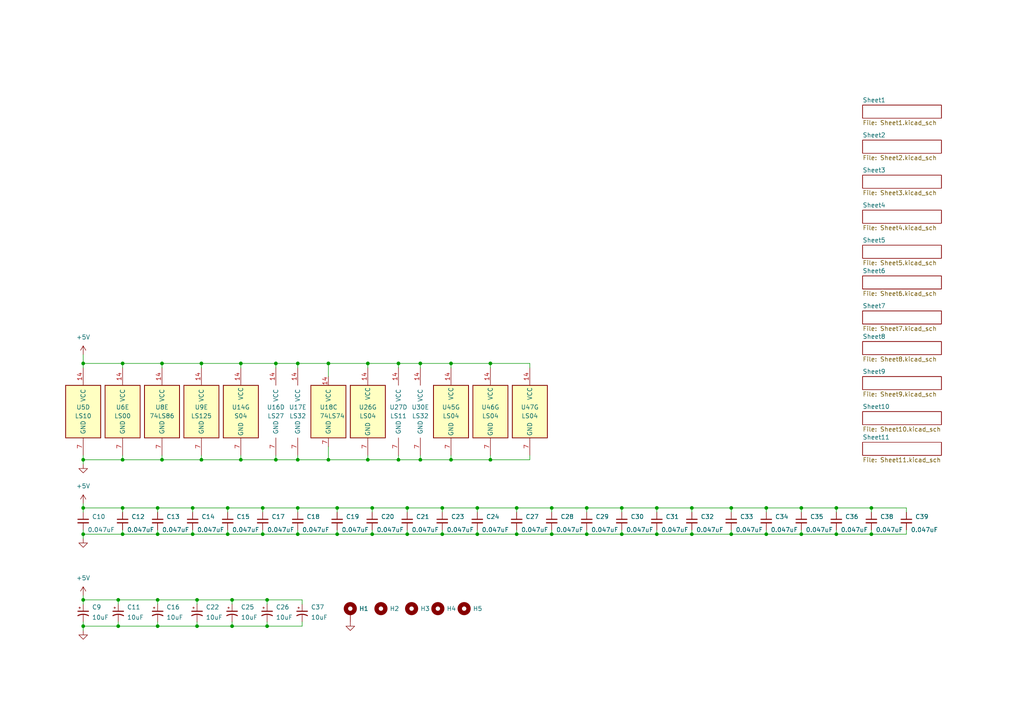
<source format=kicad_sch>
(kicad_sch (version 20230121) (generator eeschema)
  (paper "A4")
  (lib_symbols
    (symbol "74xx:74LS00" (pin_names (offset 1.016))
      (property "Reference" "U" (at 0 1.27 0))
      (property "Value" "74LS00" (at 0 -1.27 0))
      (symbol "74LS00_1_1"
        (pin input line (at -7.62 2.54 0) (length 3.81) (name "~") (number "1"))
        (pin input line (at -7.62 -2.54 0) (length 3.81) (name "~") (number "2"))
        (pin output inverted (at 7.62 0 180) (length 3.81) (name "~") (number "3"))
      )
      (symbol "74LS00_1_2"
        (pin input inverted (at -7.62 2.54 0) (length 4.318) (name "~") (number "1"))
        (pin input inverted (at -7.62 -2.54 0) (length 4.318) (name "~") (number "2"))
        (pin output line (at 7.62 0 180) (length 3.81) (name "~") (number "3"))
      )
      (symbol "74LS00_2_1"
        (pin input line (at -7.62 2.54 0) (length 3.81) (name "~") (number "4"))
        (pin input line (at -7.62 -2.54 0) (length 3.81) (name "~") (number "5"))
        (pin output inverted (at 7.62 0 180) (length 3.81) (name "~") (number "6"))
      )
      (symbol "74LS00_2_2"
        (pin input inverted (at -7.62 2.54 0) (length 4.318) (name "~") (number "4"))
        (pin input inverted (at -7.62 -2.54 0) (length 4.318) (name "~") (number "5"))
        (pin output line (at 7.62 0 180) (length 3.81) (name "~") (number "6"))
      )
      (symbol "74LS00_3_1"
        (pin input line (at -7.62 -2.54 0) (length 3.81) (name "~") (number "10"))
        (pin output inverted (at 7.62 0 180) (length 3.81) (name "~") (number "8"))
        (pin input line (at -7.62 2.54 0) (length 3.81) (name "~") (number "9"))
      )
      (symbol "74LS00_3_2"
        (pin input inverted (at -7.62 -2.54 0) (length 4.318) (name "~") (number "10"))
        (pin output line (at 7.62 0 180) (length 3.81) (name "~") (number "8"))
        (pin input inverted (at -7.62 2.54 0) (length 4.318) (name "~") (number "9"))
      )
      (symbol "74LS00_4_1"
        (pin output inverted (at 7.62 0 180) (length 3.81) (name "~") (number "11"))
        (pin input line (at -7.62 2.54 0) (length 3.81) (name "~") (number "12"))
        (pin input line (at -7.62 -2.54 0) (length 3.81) (name "~") (number "13"))
      )
      (symbol "74LS00_4_2"
        (pin output line (at 7.62 0 180) (length 3.81) (name "~") (number "11"))
        (pin input inverted (at -7.62 2.54 0) (length 4.318) (name "~") (number "12"))
        (pin input inverted (at -7.62 -2.54 0) (length 4.318) (name "~") (number "13"))
      )
      (symbol "74LS00_5_0"
        (pin power_in line (at 0 12.7 270) (length 5.08) (name "VCC") (number "14"))
        (pin power_in line (at 0 -12.7 90) (length 5.08) (name "GND") (number "7"))
      )
    )
    (symbol "74xx:74LS04"
      (property "Reference" "U" (at 0 1.27 0))
      (property "Value" "74LS04" (at 0 -1.27 0))
      (symbol "74LS04_1_0"
        (pin input line (at -7.62 0 0) (length 3.81) (name "~") (number "1"))
        (pin output inverted (at 7.62 0 180) (length 3.81) (name "~") (number "2"))
      )
      (symbol "74LS04_2_0"
        (pin input line (at -7.62 0 0) (length 3.81) (name "~") (number "3"))
        (pin output inverted (at 7.62 0 180) (length 3.81) (name "~") (number "4"))
      )
      (symbol "74LS04_3_0"
        (pin input line (at -7.62 0 0) (length 3.81) (name "~") (number "5"))
        (pin output inverted (at 7.62 0 180) (length 3.81) (name "~") (number "6"))
      )
      (symbol "74LS04_4_0"
        (pin output inverted (at 7.62 0 180) (length 3.81) (name "~") (number "8"))
        (pin input line (at -7.62 0 0) (length 3.81) (name "~") (number "9"))
      )
      (symbol "74LS04_5_0"
        (pin output inverted (at 7.62 0 180) (length 3.81) (name "~") (number "10"))
        (pin input line (at -7.62 0 0) (length 3.81) (name "~") (number "11"))
      )
      (symbol "74LS04_6_0"
        (pin output inverted (at 7.62 0 180) (length 3.81) (name "~") (number "12"))
        (pin input line (at -7.62 0 0) (length 3.81) (name "~") (number "13"))
      )
      (symbol "74LS04_7_0"
        (pin power_in line (at 0 12.7 270) (length 5.08) (name "VCC") (number "14"))
        (pin power_in line (at 0 -12.7 90) (length 5.08) (name "GND") (number "7"))
      )
    )
    (symbol "74xx:74LS10" (pin_names (offset 1.016))
      (property "Reference" "U" (at 0 1.27 0))
      (property "Value" "74LS10" (at 0 -1.27 0))
      (symbol "74LS10_1_1"
        (pin input line (at -7.62 2.54 0) (length 3.81) (name "~") (number "1"))
        (pin output inverted (at 7.62 0 180) (length 3.81) (name "~") (number "12"))
        (pin input line (at -7.62 -2.54 0) (length 3.81) (name "~") (number "13"))
        (pin input line (at -7.62 0 0) (length 3.81) (name "~") (number "2"))
      )
      (symbol "74LS10_1_2"
        (pin input inverted (at -7.62 2.54 0) (length 4.318) (name "~") (number "1"))
        (pin output line (at 7.62 0 180) (length 3.81) (name "~") (number "12"))
        (pin input inverted (at -7.62 -2.54 0) (length 4.318) (name "~") (number "13"))
        (pin input inverted (at -7.62 0 0) (length 4.953) (name "~") (number "2"))
      )
      (symbol "74LS10_2_1"
        (pin input line (at -7.62 2.54 0) (length 3.81) (name "~") (number "3"))
        (pin input line (at -7.62 0 0) (length 3.81) (name "~") (number "4"))
        (pin input line (at -7.62 -2.54 0) (length 3.81) (name "~") (number "5"))
        (pin output inverted (at 7.62 0 180) (length 3.81) (name "~") (number "6"))
      )
      (symbol "74LS10_2_2"
        (pin input inverted (at -7.62 2.54 0) (length 4.318) (name "~") (number "3"))
        (pin input inverted (at -7.62 0 0) (length 4.953) (name "~") (number "4"))
        (pin input inverted (at -7.62 -2.54 0) (length 4.318) (name "~") (number "5"))
        (pin output line (at 7.62 0 180) (length 3.81) (name "~") (number "6"))
      )
      (symbol "74LS10_3_1"
        (pin input line (at -7.62 0 0) (length 3.81) (name "~") (number "10"))
        (pin input line (at -7.62 -2.54 0) (length 3.81) (name "~") (number "11"))
        (pin output inverted (at 7.62 0 180) (length 3.81) (name "~") (number "8"))
        (pin input line (at -7.62 2.54 0) (length 3.81) (name "~") (number "9"))
      )
      (symbol "74LS10_3_2"
        (pin input inverted (at -7.62 0 0) (length 4.953) (name "~") (number "10"))
        (pin input inverted (at -7.62 -2.54 0) (length 4.318) (name "~") (number "11"))
        (pin output line (at 7.62 0 180) (length 3.81) (name "~") (number "8"))
        (pin input inverted (at -7.62 2.54 0) (length 4.318) (name "~") (number "9"))
      )
      (symbol "74LS10_4_0"
        (pin power_in line (at 0 12.7 270) (length 5.08) (name "VCC") (number "14"))
        (pin power_in line (at 0 -12.7 90) (length 5.08) (name "GND") (number "7"))
      )
    )
    (symbol "74xx:74LS11" (pin_names (offset 1.016))
      (property "Reference" "U" (at 0 1.27 0))
      (property "Value" "74LS11" (at 0 -1.27 0))
      (symbol "74LS11_1_1"
        (pin input line (at -7.62 2.54 0) (length 3.81) (name "~") (number "1"))
        (pin output line (at 7.62 0 180) (length 3.81) (name "~") (number "12"))
        (pin input line (at -7.62 -2.54 0) (length 3.81) (name "~") (number "13"))
        (pin input line (at -7.62 0 0) (length 3.81) (name "~") (number "2"))
      )
      (symbol "74LS11_1_2"
        (pin input inverted (at -7.62 2.54 0) (length 4.318) (name "~") (number "1"))
        (pin output inverted (at 7.62 0 180) (length 3.81) (name "~") (number "12"))
        (pin input inverted (at -7.62 -2.54 0) (length 4.318) (name "~") (number "13"))
        (pin input inverted (at -7.62 0 0) (length 4.953) (name "~") (number "2"))
      )
      (symbol "74LS11_2_1"
        (pin input line (at -7.62 2.54 0) (length 3.81) (name "~") (number "3"))
        (pin input line (at -7.62 0 0) (length 3.81) (name "~") (number "4"))
        (pin input line (at -7.62 -2.54 0) (length 3.81) (name "~") (number "5"))
        (pin output line (at 7.62 0 180) (length 3.81) (name "~") (number "6"))
      )
      (symbol "74LS11_2_2"
        (pin input inverted (at -7.62 2.54 0) (length 4.318) (name "~") (number "3"))
        (pin input inverted (at -7.62 0 0) (length 4.953) (name "~") (number "4"))
        (pin input inverted (at -7.62 -2.54 0) (length 4.318) (name "~") (number "5"))
        (pin output inverted (at 7.62 0 180) (length 3.81) (name "~") (number "6"))
      )
      (symbol "74LS11_3_1"
        (pin input line (at -7.62 0 0) (length 3.81) (name "~") (number "10"))
        (pin input line (at -7.62 -2.54 0) (length 3.81) (name "~") (number "11"))
        (pin output line (at 7.62 0 180) (length 3.81) (name "~") (number "8"))
        (pin input line (at -7.62 2.54 0) (length 3.81) (name "~") (number "9"))
      )
      (symbol "74LS11_3_2"
        (pin input inverted (at -7.62 0 0) (length 4.953) (name "~") (number "10"))
        (pin input inverted (at -7.62 -2.54 0) (length 4.318) (name "~") (number "11"))
        (pin output inverted (at 7.62 0 180) (length 3.81) (name "~") (number "8"))
        (pin input inverted (at -7.62 2.54 0) (length 4.318) (name "~") (number "9"))
      )
      (symbol "74LS11_4_0"
        (pin power_in line (at 0 12.7 270) (length 5.08) (name "VCC") (number "14"))
        (pin power_in line (at 0 -12.7 90) (length 5.08) (name "GND") (number "7"))
      )
    )
    (symbol "74xx:74LS125" (pin_names (offset 1.016))
      (property "Reference" "U" (at 0 1.27 0))
      (property "Value" "74LS125" (at 0 -1.27 0))
      (symbol "74LS125_1_0"
        (pin input inverted (at 0 -6.35 90) (length 4.445) (name "~") (number "1"))
        (pin input line (at -7.62 0 0) (length 3.81) (name "~") (number "2"))
        (pin tri_state line (at 7.62 0 180) (length 3.81) (name "~") (number "3"))
      )
      (symbol "74LS125_2_0"
        (pin input inverted (at 0 -6.35 90) (length 4.445) (name "~") (number "4"))
        (pin input line (at -7.62 0 0) (length 3.81) (name "~") (number "5"))
        (pin tri_state line (at 7.62 0 180) (length 3.81) (name "~") (number "6"))
      )
      (symbol "74LS125_3_0"
        (pin input inverted (at 0 -6.35 90) (length 4.445) (name "~") (number "10"))
        (pin tri_state line (at 7.62 0 180) (length 3.81) (name "~") (number "8"))
        (pin input line (at -7.62 0 0) (length 3.81) (name "~") (number "9"))
      )
      (symbol "74LS125_4_0"
        (pin tri_state line (at 7.62 0 180) (length 3.81) (name "~") (number "11"))
        (pin input line (at -7.62 0 0) (length 3.81) (name "~") (number "12"))
        (pin input inverted (at 0 -6.35 90) (length 4.445) (name "~") (number "13"))
      )
      (symbol "74LS125_5_0"
        (pin power_in line (at 0 12.7 270) (length 5.08) (name "VCC") (number "14"))
        (pin power_in line (at 0 -12.7 90) (length 5.08) (name "GND") (number "7"))
      )
    )
    (symbol "74xx:74LS27" (pin_names (offset 1.016))
      (property "Reference" "U" (at 0 1.27 0))
      (property "Value" "74LS27" (at 0 -1.27 0))
      (symbol "74LS27_1_1"
        (pin input line (at -7.62 2.54 0) (length 4.318) (name "~") (number "1"))
        (pin output inverted (at 7.62 0 180) (length 3.81) (name "~") (number "12"))
        (pin input line (at -7.62 -2.54 0) (length 4.318) (name "~") (number "13"))
        (pin input line (at -7.62 0 0) (length 4.953) (name "~") (number "2"))
      )
      (symbol "74LS27_1_2"
        (pin input inverted (at -7.62 2.54 0) (length 3.81) (name "~") (number "1"))
        (pin output line (at 7.62 0 180) (length 3.81) (name "~") (number "12"))
        (pin input inverted (at -7.62 -2.54 0) (length 3.81) (name "~") (number "13"))
        (pin input inverted (at -7.62 0 0) (length 3.81) (name "~") (number "2"))
      )
      (symbol "74LS27_2_1"
        (pin input line (at -7.62 2.54 0) (length 4.318) (name "~") (number "3"))
        (pin input line (at -7.62 0 0) (length 4.953) (name "~") (number "4"))
        (pin input line (at -7.62 -2.54 0) (length 4.318) (name "~") (number "5"))
        (pin output inverted (at 7.62 0 180) (length 3.81) (name "~") (number "6"))
      )
      (symbol "74LS27_2_2"
        (pin input inverted (at -7.62 2.54 0) (length 3.81) (name "~") (number "3"))
        (pin input inverted (at -7.62 0 0) (length 3.81) (name "~") (number "4"))
        (pin input inverted (at -7.62 -2.54 0) (length 3.81) (name "~") (number "5"))
        (pin output line (at 7.62 0 180) (length 3.81) (name "~") (number "6"))
      )
      (symbol "74LS27_3_1"
        (pin input line (at -7.62 0 0) (length 4.953) (name "~") (number "10"))
        (pin input line (at -7.62 -2.54 0) (length 4.318) (name "~") (number "11"))
        (pin output inverted (at 7.62 0 180) (length 3.81) (name "~") (number "8"))
        (pin input line (at -7.62 2.54 0) (length 4.318) (name "~") (number "9"))
      )
      (symbol "74LS27_3_2"
        (pin input inverted (at -7.62 0 0) (length 3.81) (name "~") (number "10"))
        (pin input inverted (at -7.62 -2.54 0) (length 3.81) (name "~") (number "11"))
        (pin output line (at 7.62 0 180) (length 3.81) (name "~") (number "8"))
        (pin input inverted (at -7.62 2.54 0) (length 3.81) (name "~") (number "9"))
      )
      (symbol "74LS27_4_0"
        (pin power_in line (at 0 12.7 270) (length 5.08) (name "VCC") (number "14"))
        (pin power_in line (at 0 -12.7 90) (length 5.08) (name "GND") (number "7"))
      )
    )
    (symbol "74xx:74LS32" (pin_names (offset 1.016))
      (property "Reference" "U" (at 0 1.27 0))
      (property "Value" "74LS32" (at 0 -1.27 0))
      (symbol "74LS32_1_1"
        (pin input line (at -7.62 2.54 0) (length 4.318) (name "~") (number "1"))
        (pin input line (at -7.62 -2.54 0) (length 4.318) (name "~") (number "2"))
        (pin output line (at 7.62 0 180) (length 3.81) (name "~") (number "3"))
      )
      (symbol "74LS32_1_2"
        (pin input inverted (at -7.62 2.54 0) (length 3.81) (name "~") (number "1"))
        (pin input inverted (at -7.62 -2.54 0) (length 3.81) (name "~") (number "2"))
        (pin output inverted (at 7.62 0 180) (length 3.81) (name "~") (number "3"))
      )
      (symbol "74LS32_2_1"
        (pin input line (at -7.62 2.54 0) (length 4.318) (name "~") (number "4"))
        (pin input line (at -7.62 -2.54 0) (length 4.318) (name "~") (number "5"))
        (pin output line (at 7.62 0 180) (length 3.81) (name "~") (number "6"))
      )
      (symbol "74LS32_2_2"
        (pin input inverted (at -7.62 2.54 0) (length 3.81) (name "~") (number "4"))
        (pin input inverted (at -7.62 -2.54 0) (length 3.81) (name "~") (number "5"))
        (pin output inverted (at 7.62 0 180) (length 3.81) (name "~") (number "6"))
      )
      (symbol "74LS32_3_1"
        (pin input line (at -7.62 -2.54 0) (length 4.318) (name "~") (number "10"))
        (pin output line (at 7.62 0 180) (length 3.81) (name "~") (number "8"))
        (pin input line (at -7.62 2.54 0) (length 4.318) (name "~") (number "9"))
      )
      (symbol "74LS32_3_2"
        (pin input inverted (at -7.62 -2.54 0) (length 3.81) (name "~") (number "10"))
        (pin output inverted (at 7.62 0 180) (length 3.81) (name "~") (number "8"))
        (pin input inverted (at -7.62 2.54 0) (length 3.81) (name "~") (number "9"))
      )
      (symbol "74LS32_4_1"
        (pin output line (at 7.62 0 180) (length 3.81) (name "~") (number "11"))
        (pin input line (at -7.62 2.54 0) (length 4.318) (name "~") (number "12"))
        (pin input line (at -7.62 -2.54 0) (length 4.318) (name "~") (number "13"))
      )
      (symbol "74LS32_4_2"
        (pin output inverted (at 7.62 0 180) (length 3.81) (name "~") (number "11"))
        (pin input inverted (at -7.62 2.54 0) (length 3.81) (name "~") (number "12"))
        (pin input inverted (at -7.62 -2.54 0) (length 3.81) (name "~") (number "13"))
      )
      (symbol "74LS32_5_0"
        (pin power_in line (at 0 12.7 270) (length 5.08) (name "VCC") (number "14"))
        (pin power_in line (at 0 -12.7 90) (length 5.08) (name "GND") (number "7"))
      )
    )
    (symbol "74xx:74LS74" (pin_names (offset 1.016))
      (property "Reference" "U" (at -7.62 8.89 0))
      (property "Value" "74LS74" (at -7.62 -8.89 0))
      (symbol "74LS74_1_0"
        (pin input line (at 0 -7.62 90) (length 2.54) (name "~{R}") (number "1"))
        (pin input line (at -7.62 2.54 0) (length 2.54) (name "D") (number "2"))
        (pin input clock (at -7.62 0 0) (length 2.54) (name "C") (number "3"))
        (pin input line (at 0 7.62 270) (length 2.54) (name "~{S}") (number "4"))
        (pin output line (at 7.62 2.54 180) (length 2.54) (name "Q") (number "5"))
        (pin output line (at 7.62 -2.54 180) (length 2.54) (name "~{Q}") (number "6"))
      )
      (symbol "74LS74_2_0"
        (pin input line (at 0 7.62 270) (length 2.54) (name "~{S}") (number "10"))
        (pin input clock (at -7.62 0 0) (length 2.54) (name "C") (number "11"))
        (pin input line (at -7.62 2.54 0) (length 2.54) (name "D") (number "12"))
        (pin input line (at 0 -7.62 90) (length 2.54) (name "~{R}") (number "13"))
        (pin output line (at 7.62 -2.54 180) (length 2.54) (name "~{Q}") (number "8"))
        (pin output line (at 7.62 2.54 180) (length 2.54) (name "Q") (number "9"))
      )
      (symbol "74LS74_3_0"
        (pin power_in line (at 0 10.16 270) (length 2.54) (name "VCC") (number "14"))
        (pin power_in line (at 0 -10.16 90) (length 2.54) (name "GND") (number "7"))
      )
    )
    (symbol "74xx:74LS86" (pin_names (offset 1.016))
      (property "Reference" "U" (at 0 1.27 0))
      (property "Value" "74LS86" (at 0 -1.27 0))
      (symbol "74LS86_1_0"
        (pin input line (at -7.62 2.54 0) (length 4.445) (name "~") (number "1"))
        (pin input line (at -7.62 -2.54 0) (length 4.445) (name "~") (number "2"))
        (pin output line (at 7.62 0 180) (length 3.81) (name "~") (number "3"))
      )
      (symbol "74LS86_2_0"
        (pin input line (at -7.62 2.54 0) (length 4.445) (name "~") (number "4"))
        (pin input line (at -7.62 -2.54 0) (length 4.445) (name "~") (number "5"))
        (pin output line (at 7.62 0 180) (length 3.81) (name "~") (number "6"))
      )
      (symbol "74LS86_3_0"
        (pin input line (at -7.62 -2.54 0) (length 4.445) (name "~") (number "10"))
        (pin output line (at 7.62 0 180) (length 3.81) (name "~") (number "8"))
        (pin input line (at -7.62 2.54 0) (length 4.445) (name "~") (number "9"))
      )
      (symbol "74LS86_4_0"
        (pin output line (at 7.62 0 180) (length 3.81) (name "~") (number "11"))
        (pin input line (at -7.62 2.54 0) (length 4.445) (name "~") (number "12"))
        (pin input line (at -7.62 -2.54 0) (length 4.445) (name "~") (number "13"))
      )
      (symbol "74LS86_5_0"
        (pin power_in line (at 0 12.7 270) (length 5.08) (name "VCC") (number "14"))
        (pin power_in line (at 0 -12.7 90) (length 5.08) (name "GND") (number "7"))
      )
    )
    (symbol "Device:C_Polarized_Small_US" (pin_numbers hide) (pin_names (offset 0.254) hide)
      (property "Reference" "C" (at 0.254 1.778 0))
      (property "Value" "C_Polarized_Small_US" (at 0.254 -2.032 0))
      (symbol "C_Polarized_Small_US_1_1"
        (pin passive line (at 0 2.54 270) (length 2.032) (name "~") (number "1"))
        (pin passive line (at 0 -2.54 90) (length 2.032) (name "~") (number "2"))
      )
    )
    (symbol "Device:C_Small" (pin_numbers hide) (pin_names (offset 0.254) hide)
      (property "Reference" "C" (at 0.254 1.778 0))
      (property "Value" "C_Small" (at 0.254 -2.032 0))
      (symbol "C_Small_1_1"
        (pin passive line (at 0 2.54 270) (length 2.032) (name "~") (number "1"))
        (pin passive line (at 0 -2.54 90) (length 2.032) (name "~") (number "2"))
      )
    )
    (symbol "Mechanical:MountingHole" (pin_names (offset 1.016))
      (property "Reference" "H" (at 0 5.08 0))
      (property "Value" "MountingHole" (at 0 3.175 0))
    )
    (symbol "Mechanical:MountingHole_Pad" (pin_numbers hide) (pin_names (offset 1.016) hide)
      (property "Reference" "H" (at 0 6.35 0))
      (property "Value" "MountingHole_Pad" (at 0 4.445 0))
      (symbol "MountingHole_Pad_1_1"
        (pin input line (at 0 -2.54 90) (length 2.54) (name "1") (number "1"))
      )
    )
    (symbol "power:+5V" (power) (pin_names (offset 0))
      (property "Value" "+5V" (at 0 3.556 0))
      (symbol "+5V_1_1"
        (pin power_in line (at 0 0 90) (length 0) hide (name "+5V") (number "1"))
      )
    )
    (symbol "power:GND" (power) (pin_names (offset 0))
      (property "Value" "GND" (at 0 -3.81 0))
      (symbol "GND_1_1"
        (pin power_in line (at 0 0 270) (length 0) hide (name "GND") (number "1"))
      )
    )
  )
  (junction (at 252.73 147.32))
  (junction (at 24.13 154.94))
  (junction (at 55.88 154.94))
  (junction (at 128.27 154.94))
  (junction (at 115.57 133.35))
  (junction (at 95.25 133.35))
  (junction (at 86.36 147.32))
  (junction (at 138.43 147.32))
  (junction (at 86.36 133.35))
  (junction (at 66.04 147.32))
  (junction (at 232.41 147.32))
  (junction (at 170.18 154.94))
  (junction (at 200.66 147.32))
  (junction (at 190.5 147.32))
  (junction (at 115.57 105.41))
  (junction (at 35.56 147.32))
  (junction (at 180.34 147.32))
  (junction (at 69.85 133.35))
  (junction (at 24.13 181.61))
  (junction (at 252.73 154.94))
  (junction (at 118.11 154.94))
  (junction (at 76.2 147.32))
  (junction (at 142.24 105.41))
  (junction (at 67.31 181.61))
  (junction (at 66.04 154.94))
  (junction (at 97.79 147.32))
  (junction (at 45.72 147.32))
  (junction (at 24.13 133.35))
  (junction (at 45.72 181.61))
  (junction (at 160.02 154.94))
  (junction (at 34.29 181.61))
  (junction (at 128.27 147.32))
  (junction (at 121.92 105.41))
  (junction (at 170.18 147.32))
  (junction (at 58.42 133.35))
  (junction (at 35.56 154.94))
  (junction (at 242.57 147.32))
  (junction (at 212.09 147.32))
  (junction (at 130.81 133.35))
  (junction (at 232.41 154.94))
  (junction (at 57.15 173.99))
  (junction (at 118.11 147.32))
  (junction (at 106.68 105.41))
  (junction (at 80.01 133.35))
  (junction (at 222.25 147.32))
  (junction (at 107.95 154.94))
  (junction (at 106.68 133.35))
  (junction (at 77.47 173.99))
  (junction (at 35.56 133.35))
  (junction (at 45.72 154.94))
  (junction (at 86.36 105.41))
  (junction (at 160.02 147.32))
  (junction (at 45.72 173.99))
  (junction (at 55.88 147.32))
  (junction (at 190.5 154.94))
  (junction (at 130.81 105.41))
  (junction (at 138.43 154.94))
  (junction (at 95.25 105.41))
  (junction (at 24.13 105.41))
  (junction (at 35.56 105.41))
  (junction (at 67.31 173.99))
  (junction (at 46.99 133.35))
  (junction (at 142.24 133.35))
  (junction (at 107.95 147.32))
  (junction (at 24.13 147.32))
  (junction (at 97.79 154.94))
  (junction (at 24.13 173.99))
  (junction (at 149.86 147.32))
  (junction (at 121.92 133.35))
  (junction (at 222.25 154.94))
  (junction (at 86.36 154.94))
  (junction (at 180.34 154.94))
  (junction (at 58.42 105.41))
  (junction (at 242.57 154.94))
  (junction (at 76.2 154.94))
  (junction (at 69.85 105.41))
  (junction (at 34.29 173.99))
  (junction (at 57.15 181.61))
  (junction (at 80.01 105.41))
  (junction (at 77.47 181.61))
  (junction (at 212.09 154.94))
  (junction (at 46.99 105.41))
  (junction (at 200.66 154.94))
  (junction (at 149.86 154.94))
  (wire (pts (xy 80.01 133.35) (xy 80.01 132.08)))
  (wire (pts (xy 252.73 154.94) (xy 262.89 154.94)))
  (wire (pts (xy 57.15 181.61) (xy 67.31 181.61)))
  (wire (pts (xy 97.79 147.32) (xy 107.95 147.32)))
  (wire (pts (xy 57.15 173.99) (xy 57.15 175.26)))
  (wire (pts (xy 34.29 173.99) (xy 45.72 173.99)))
  (wire (pts (xy 69.85 133.35) (xy 69.85 132.08)))
  (wire (pts (xy 86.36 154.94) (xy 86.36 153.67)))
  (wire (pts (xy 24.13 173.99) (xy 24.13 175.26)))
  (wire (pts (xy 149.86 154.94) (xy 160.02 154.94)))
  (wire (pts (xy 130.81 105.41) (xy 142.24 105.41)))
  (wire (pts (xy 86.36 105.41) (xy 86.36 106.68)))
  (wire (pts (xy 77.47 181.61) (xy 87.63 181.61)))
  (wire (pts (xy 142.24 105.41) (xy 153.67 105.41)))
  (wire (pts (xy 77.47 181.61) (xy 77.47 180.34)))
  (wire (pts (xy 106.68 105.41) (xy 106.68 106.68)))
  (wire (pts (xy 66.04 154.94) (xy 76.2 154.94)))
  (wire (pts (xy 252.73 147.32) (xy 252.73 148.59)))
  (wire (pts (xy 45.72 147.32) (xy 55.88 147.32)))
  (wire (pts (xy 142.24 105.41) (xy 142.24 106.68)))
  (wire (pts (xy 142.24 133.35) (xy 153.67 133.35)))
  (wire (pts (xy 170.18 154.94) (xy 180.34 154.94)))
  (wire (pts (xy 118.11 147.32) (xy 128.27 147.32)))
  (wire (pts (xy 138.43 154.94) (xy 149.86 154.94)))
  (wire (pts (xy 232.41 147.32) (xy 242.57 147.32)))
  (wire (pts (xy 80.01 105.41) (xy 80.01 106.68)))
  (wire (pts (xy 121.92 133.35) (xy 121.92 132.08)))
  (wire (pts (xy 95.25 105.41) (xy 106.68 105.41)))
  (wire (pts (xy 76.2 147.32) (xy 86.36 147.32)))
  (wire (pts (xy 180.34 147.32) (xy 190.5 147.32)))
  (wire (pts (xy 222.25 147.32) (xy 232.41 147.32)))
  (wire (pts (xy 252.73 147.32) (xy 262.89 147.32)))
  (wire (pts (xy 46.99 105.41) (xy 58.42 105.41)))
  (wire (pts (xy 55.88 147.32) (xy 55.88 148.59)))
  (wire (pts (xy 67.31 173.99) (xy 67.31 175.26)))
  (wire (pts (xy 66.04 154.94) (xy 66.04 153.67)))
  (wire (pts (xy 232.41 147.32) (xy 232.41 148.59)))
  (wire (pts (xy 160.02 154.94) (xy 170.18 154.94)))
  (wire (pts (xy 35.56 154.94) (xy 35.56 153.67)))
  (wire (pts (xy 46.99 105.41) (xy 46.99 106.68)))
  (wire (pts (xy 24.13 181.61) (xy 34.29 181.61)))
  (wire (pts (xy 252.73 154.94) (xy 252.73 153.67)))
  (wire (pts (xy 200.66 154.94) (xy 200.66 153.67)))
  (wire (pts (xy 160.02 147.32) (xy 170.18 147.32)))
  (wire (pts (xy 130.81 105.41) (xy 130.81 106.68)))
  (wire (pts (xy 149.86 154.94) (xy 149.86 153.67)))
  (wire (pts (xy 222.25 147.32) (xy 222.25 148.59)))
  (wire (pts (xy 107.95 147.32) (xy 107.95 148.59)))
  (wire (pts (xy 67.31 173.99) (xy 77.47 173.99)))
  (wire (pts (xy 121.92 105.41) (xy 121.92 106.68)))
  (wire (pts (xy 66.04 148.59) (xy 66.04 147.32)))
  (wire (pts (xy 86.36 105.41) (xy 95.25 105.41)))
  (wire (pts (xy 87.63 181.61) (xy 87.63 180.34)))
  (wire (pts (xy 46.99 133.35) (xy 58.42 133.35)))
  (wire (pts (xy 222.25 154.94) (xy 222.25 153.67)))
  (wire (pts (xy 180.34 154.94) (xy 180.34 153.67)))
  (wire (pts (xy 149.86 147.32) (xy 160.02 147.32)))
  (wire (pts (xy 69.85 133.35) (xy 80.01 133.35)))
  (wire (pts (xy 115.57 105.41) (xy 121.92 105.41)))
  (wire (pts (xy 86.36 154.94) (xy 97.79 154.94)))
  (wire (pts (xy 24.13 153.67) (xy 24.13 154.94)))
  (wire (pts (xy 242.57 148.59) (xy 242.57 147.32)))
  (wire (pts (xy 55.88 154.94) (xy 55.88 153.67)))
  (wire (pts (xy 24.13 154.94) (xy 35.56 154.94)))
  (wire (pts (xy 45.72 154.94) (xy 45.72 153.67)))
  (wire (pts (xy 55.88 147.32) (xy 66.04 147.32)))
  (wire (pts (xy 97.79 154.94) (xy 107.95 154.94)))
  (wire (pts (xy 24.13 147.32) (xy 35.56 147.32)))
  (wire (pts (xy 130.81 133.35) (xy 142.24 133.35)))
  (wire (pts (xy 35.56 147.32) (xy 35.56 148.59)))
  (wire (pts (xy 242.57 147.32) (xy 252.73 147.32)))
  (wire (pts (xy 24.13 133.35) (xy 24.13 132.08)))
  (wire (pts (xy 24.13 133.35) (xy 35.56 133.35)))
  (wire (pts (xy 170.18 147.32) (xy 170.18 148.59)))
  (wire (pts (xy 242.57 154.94) (xy 252.73 154.94)))
  (wire (pts (xy 24.13 105.41) (xy 35.56 105.41)))
  (wire (pts (xy 58.42 105.41) (xy 58.42 106.68)))
  (wire (pts (xy 180.34 148.59) (xy 180.34 147.32)))
  (wire (pts (xy 107.95 154.94) (xy 118.11 154.94)))
  (wire (pts (xy 138.43 147.32) (xy 149.86 147.32)))
  (wire (pts (xy 76.2 147.32) (xy 76.2 148.59)))
  (wire (pts (xy 35.56 133.35) (xy 35.56 132.08)))
  (wire (pts (xy 200.66 154.94) (xy 212.09 154.94)))
  (wire (pts (xy 153.67 133.35) (xy 153.67 132.08)))
  (wire (pts (xy 24.13 102.87) (xy 24.13 105.41)))
  (wire (pts (xy 45.72 147.32) (xy 45.72 148.59)))
  (wire (pts (xy 45.72 154.94) (xy 55.88 154.94)))
  (wire (pts (xy 200.66 147.32) (xy 200.66 148.59)))
  (wire (pts (xy 138.43 147.32) (xy 138.43 148.59)))
  (wire (pts (xy 118.11 147.32) (xy 118.11 148.59)))
  (wire (pts (xy 35.56 105.41) (xy 35.56 106.68)))
  (wire (pts (xy 242.57 154.94) (xy 242.57 153.67)))
  (wire (pts (xy 35.56 133.35) (xy 46.99 133.35)))
  (wire (pts (xy 170.18 147.32) (xy 180.34 147.32)))
  (wire (pts (xy 160.02 147.32) (xy 160.02 148.59)))
  (wire (pts (xy 138.43 154.94) (xy 138.43 153.67)))
  (wire (pts (xy 77.47 173.99) (xy 77.47 175.26)))
  (wire (pts (xy 66.04 147.32) (xy 76.2 147.32)))
  (wire (pts (xy 80.01 105.41) (xy 86.36 105.41)))
  (wire (pts (xy 76.2 153.67) (xy 76.2 154.94)))
  (wire (pts (xy 212.09 147.32) (xy 212.09 148.59)))
  (wire (pts (xy 24.13 133.35) (xy 24.13 134.62)))
  (wire (pts (xy 24.13 105.41) (xy 24.13 106.68)))
  (wire (pts (xy 121.92 105.41) (xy 130.81 105.41)))
  (wire (pts (xy 128.27 154.94) (xy 138.43 154.94)))
  (wire (pts (xy 24.13 146.05) (xy 24.13 147.32)))
  (wire (pts (xy 58.42 105.41) (xy 69.85 105.41)))
  (wire (pts (xy 118.11 154.94) (xy 118.11 153.67)))
  (wire (pts (xy 76.2 154.94) (xy 86.36 154.94)))
  (wire (pts (xy 24.13 180.34) (xy 24.13 181.61)))
  (wire (pts (xy 97.79 147.32) (xy 97.79 148.59)))
  (wire (pts (xy 190.5 154.94) (xy 200.66 154.94)))
  (wire (pts (xy 34.29 180.34) (xy 34.29 181.61)))
  (wire (pts (xy 57.15 173.99) (xy 67.31 173.99)))
  (wire (pts (xy 170.18 154.94) (xy 170.18 153.67)))
  (wire (pts (xy 107.95 154.94) (xy 107.95 153.67)))
  (wire (pts (xy 34.29 173.99) (xy 34.29 175.26)))
  (wire (pts (xy 67.31 181.61) (xy 77.47 181.61)))
  (wire (pts (xy 262.89 147.32) (xy 262.89 148.59)))
  (wire (pts (xy 180.34 154.94) (xy 190.5 154.94)))
  (wire (pts (xy 115.57 133.35) (xy 115.57 132.08)))
  (wire (pts (xy 67.31 181.61) (xy 67.31 180.34)))
  (wire (pts (xy 24.13 147.32) (xy 24.13 148.59)))
  (wire (pts (xy 212.09 154.94) (xy 222.25 154.94)))
  (wire (pts (xy 190.5 147.32) (xy 200.66 147.32)))
  (wire (pts (xy 222.25 154.94) (xy 232.41 154.94)))
  (wire (pts (xy 58.42 133.35) (xy 58.42 132.08)))
  (wire (pts (xy 232.41 154.94) (xy 232.41 153.67)))
  (wire (pts (xy 212.09 147.32) (xy 222.25 147.32)))
  (wire (pts (xy 128.27 154.94) (xy 128.27 153.67)))
  (wire (pts (xy 128.27 147.32) (xy 138.43 147.32)))
  (wire (pts (xy 160.02 154.94) (xy 160.02 153.67)))
  (wire (pts (xy 35.56 154.94) (xy 45.72 154.94)))
  (wire (pts (xy 69.85 105.41) (xy 69.85 106.68)))
  (wire (pts (xy 106.68 133.35) (xy 106.68 132.08)))
  (wire (pts (xy 190.5 147.32) (xy 190.5 148.59)))
  (wire (pts (xy 24.13 154.94) (xy 24.13 156.21)))
  (wire (pts (xy 45.72 173.99) (xy 57.15 173.99)))
  (wire (pts (xy 69.85 105.41) (xy 80.01 105.41)))
  (wire (pts (xy 121.92 133.35) (xy 130.81 133.35)))
  (wire (pts (xy 106.68 133.35) (xy 115.57 133.35)))
  (wire (pts (xy 24.13 172.72) (xy 24.13 173.99)))
  (wire (pts (xy 128.27 148.59) (xy 128.27 147.32)))
  (wire (pts (xy 80.01 133.35) (xy 86.36 133.35)))
  (wire (pts (xy 87.63 175.26) (xy 87.63 173.99)))
  (wire (pts (xy 35.56 147.32) (xy 45.72 147.32)))
  (wire (pts (xy 142.24 133.35) (xy 142.24 132.08)))
  (wire (pts (xy 86.36 147.32) (xy 86.36 148.59)))
  (wire (pts (xy 97.79 154.94) (xy 97.79 153.67)))
  (wire (pts (xy 86.36 133.35) (xy 86.36 132.08)))
  (wire (pts (xy 212.09 154.94) (xy 212.09 153.67)))
  (wire (pts (xy 95.25 133.35) (xy 106.68 133.35)))
  (wire (pts (xy 46.99 133.35) (xy 46.99 132.08)))
  (wire (pts (xy 45.72 173.99) (xy 45.72 175.26)))
  (wire (pts (xy 95.25 129.54) (xy 95.25 133.35)))
  (wire (pts (xy 107.95 147.32) (xy 118.11 147.32)))
  (wire (pts (xy 130.81 133.35) (xy 130.81 132.08)))
  (wire (pts (xy 45.72 181.61) (xy 57.15 181.61)))
  (wire (pts (xy 77.47 173.99) (xy 87.63 173.99)))
  (wire (pts (xy 106.68 105.41) (xy 115.57 105.41)))
  (wire (pts (xy 24.13 173.99) (xy 34.29 173.99)))
  (wire (pts (xy 153.67 105.41) (xy 153.67 106.68)))
  (wire (pts (xy 55.88 154.94) (xy 66.04 154.94)))
  (wire (pts (xy 95.25 105.41) (xy 95.25 109.22)))
  (wire (pts (xy 115.57 105.41) (xy 115.57 106.68)))
  (wire (pts (xy 58.42 133.35) (xy 69.85 133.35)))
  (wire (pts (xy 35.56 105.41) (xy 46.99 105.41)))
  (wire (pts (xy 24.13 181.61) (xy 24.13 182.88)))
  (wire (pts (xy 118.11 154.94) (xy 128.27 154.94)))
  (wire (pts (xy 200.66 147.32) (xy 212.09 147.32)))
  (wire (pts (xy 45.72 181.61) (xy 45.72 180.34)))
  (wire (pts (xy 86.36 133.35) (xy 95.25 133.35)))
  (wire (pts (xy 262.89 154.94) (xy 262.89 153.67)))
  (wire (pts (xy 190.5 153.67) (xy 190.5 154.94)))
  (wire (pts (xy 34.29 181.61) (xy 45.72 181.61)))
  (wire (pts (xy 149.86 147.32) (xy 149.86 148.59)))
  (wire (pts (xy 115.57 133.35) (xy 121.92 133.35)))
  (wire (pts (xy 232.41 154.94) (xy 242.57 154.94)))
  (wire (pts (xy 57.15 181.61) (xy 57.15 180.34)))
  (wire (pts (xy 86.36 147.32) (xy 97.79 147.32)))
  (symbol (lib_id "74xx:74LS04") (at 106.68 119.38 0) (unit 7)
    (property "Reference" "U26" (at 106.68 118.11 0))
    (property "Value" "LS04" (at 106.68 120.65 0))
    (property "Footprint" "EGACard:DIP254P762X635-14" (effects hide))
    (property "Datasheet" "http://www.ti.com/lit/gpn/sn74LS04" (effects hide))
  )
  (symbol (lib_id "Device:C_Small") (at 86.36 151.13 0) (unit 1)
    (property "Reference" "C18" (at 88.9 149.8663 0) (effects (justify left)))
    (property "Value" "0.047uF" (at 87.63 153.67 0) (effects (justify left)))
    (property "Footprint" "EGACard:CAPAC1234" (effects hide))
  )
  (symbol (lib_id "Device:C_Polarized_Small_US") (at 57.15 177.8 0) (unit 1)
    (property "Reference" "C22" (at 59.69 176.0982 0) (effects (justify left)))
    (property "Value" "10uF" (at 59.69 179.07 0) (effects (justify left)))
    (property "Footprint" "EGACard:CAPAP200_ALT" (effects hide))
  )
  (symbol (lib_id "Device:C_Small") (at 118.11 151.13 0) (unit 1)
    (property "Reference" "C21" (at 120.65 149.8663 0) (effects (justify left)))
    (property "Value" "0.047uF" (at 119.38 153.67 0) (effects (justify left)))
    (property "Footprint" "EGACard:CAPAC1234" (effects hide))
  )
  (symbol (lib_id "power:GND") (at 24.13 156.21 0) (unit 1)
    (property "Reference" "#PWR0127" (effects hide))
    (property "Value" "GND" (effects hide))
  )
  (symbol (lib_id "Device:C_Small") (at 212.09 151.13 0) (unit 1)
    (property "Reference" "C33" (at 214.63 149.8663 0) (effects (justify left)))
    (property "Value" "0.047uF" (at 213.36 153.67 0) (effects (justify left)))
    (property "Footprint" "EGACard:CAPAC1234" (effects hide))
  )
  (symbol (lib_id "74xx:74LS125") (at 58.42 119.38 0) (unit 5)
    (property "Reference" "U9" (at 58.42 118.11 0))
    (property "Value" "LS125" (at 58.42 120.65 0))
    (property "Footprint" "EGACard:DIP254P762X635-14" (effects hide))
    (property "Datasheet" "http://www.ti.com/lit/gpn/sn74LS125" (effects hide))
  )
  (symbol (lib_id "74xx:74LS32") (at 121.92 119.38 0) (unit 5) (convert 2)
    (property "Reference" "U30" (at 121.92 118.11 0))
    (property "Value" "LS32" (at 121.92 120.65 0))
    (property "Footprint" "EGACard:DIP254P762X635-14" (effects hide))
    (property "Datasheet" "http://www.ti.com/lit/gpn/sn74LS32" (effects hide))
  )
  (symbol (lib_id "Device:C_Small") (at 180.34 151.13 0) (unit 1)
    (property "Reference" "C30" (at 182.88 149.8663 0) (effects (justify left)))
    (property "Value" "0.047uF" (at 181.61 153.67 0) (effects (justify left)))
    (property "Footprint" "EGACard:CAPAC1234" (effects hide))
  )
  (symbol (lib_id "Device:C_Small") (at 160.02 151.13 0) (unit 1)
    (property "Reference" "C28" (at 162.56 149.8663 0) (effects (justify left)))
    (property "Value" "0.047uF" (at 161.29 153.67 0) (effects (justify left)))
    (property "Footprint" "EGACard:CAPAC1234" (effects hide))
  )
  (symbol (lib_id "power:+5V") (at 24.13 146.05 0) (unit 1)
    (property "Reference" "#PWR0126" (effects hide))
    (property "Value" "+5V" (at 24.13 140.97 0))
  )
  (symbol (lib_id "74xx:74LS00") (at 35.56 119.38 0) (unit 5)
    (property "Reference" "U6" (at 35.56 118.11 0))
    (property "Value" "LS00" (at 35.56 120.65 0))
    (property "Footprint" "EGACard:DIP254P762X635-14" (effects hide))
    (property "Datasheet" "http://www.ti.com/lit/gpn/sn74ls00" (effects hide))
  )
  (symbol (lib_id "74xx:74LS10") (at 24.13 119.38 0) (unit 4)
    (property "Reference" "U5" (at 24.13 118.11 0))
    (property "Value" "LS10" (at 24.13 120.65 0))
    (property "Footprint" "EGACard:DIP254P762X635-14" (effects hide))
    (property "Datasheet" "http://www.ti.com/lit/gpn/sn74LS10" (effects hide))
  )
  (symbol (lib_id "74xx:74LS04") (at 142.24 119.38 0) (unit 7)
    (property "Reference" "U46" (at 142.24 118.11 0))
    (property "Value" "LS04" (at 142.24 120.65 0))
    (property "Footprint" "EGACard:DIP254P762X635-14" (effects hide))
    (property "Datasheet" "http://www.ti.com/lit/gpn/sn74LS04" (effects hide))
  )
  (symbol (lib_id "Mechanical:MountingHole") (at 119.38 176.53 0) (unit 1)
    (property "Reference" "H3" (at 121.92 176.53 0) (effects (justify left)))
    (property "Value" "MountingHole" (effects hide))
    (property "Footprint" "EGACard:MH156_NOPAD" (effects hide))
  )
  (symbol (lib_id "74xx:74LS04") (at 69.85 119.38 0) (unit 7)
    (property "Reference" "U14" (at 69.85 118.11 0))
    (property "Value" "S04" (at 69.85 120.65 0))
    (property "Footprint" "EGACard:DIP254P762X635-14" (effects hide))
    (property "Datasheet" "http://www.ti.com/lit/gpn/sn74LS04" (effects hide))
  )
  (symbol (lib_id "Device:C_Polarized_Small_US") (at 34.29 177.8 0) (unit 1)
    (property "Reference" "C11" (at 36.83 176.0982 0) (effects (justify left)))
    (property "Value" "10uF" (at 36.83 179.07 0) (effects (justify left)))
    (property "Footprint" "EGACard:CAPAP200_ALT" (effects hide))
  )
  (symbol (lib_id "74xx:74LS27") (at 80.01 119.38 0) (mirror y) (unit 4) (convert 2)
    (property "Reference" "U16" (at 80.01 118.11 0))
    (property "Value" "LS27" (at 80.01 120.65 0))
    (property "Footprint" "EGACard:DIP254P762X635-14" (effects hide))
    (property "Datasheet" "http://www.ti.com/lit/gpn/sn74LS27" (effects hide))
  )
  (symbol (lib_id "Device:C_Small") (at 66.04 151.13 0) (unit 1)
    (property "Reference" "C15" (at 68.58 149.8663 0) (effects (justify left)))
    (property "Value" "0.047uF" (at 67.31 153.67 0) (effects (justify left)))
    (property "Footprint" "EGACard:CAPAC1234" (effects hide))
  )
  (symbol (lib_id "Device:C_Small") (at 128.27 151.13 0) (unit 1)
    (property "Reference" "C23" (at 130.81 149.8663 0) (effects (justify left)))
    (property "Value" "0.047uF" (at 129.54 153.67 0) (effects (justify left)))
    (property "Footprint" "EGACard:CAPAC1234" (effects hide))
  )
  (symbol (lib_id "power:GND") (at 24.13 134.62 0) (unit 1)
    (property "Reference" "#PWR0135" (effects hide))
    (property "Value" "GND" (effects hide))
  )
  (symbol (lib_id "Device:C_Small") (at 24.13 151.13 0) (unit 1)
    (property "Reference" "C10" (at 26.67 149.8663 0) (effects (justify left)))
    (property "Value" "0.047uF" (at 25.4 153.67 0) (effects (justify left)))
    (property "Footprint" "EGACard:CAPAC1234" (effects hide))
  )
  (symbol (lib_id "Device:C_Small") (at 232.41 151.13 0) (unit 1)
    (property "Reference" "C35" (at 234.95 149.8663 0) (effects (justify left)))
    (property "Value" "0.047uF" (at 233.68 153.67 0) (effects (justify left)))
    (property "Footprint" "EGACard:CAPAC1234" (effects hide))
  )
  (symbol (lib_id "Device:C_Small") (at 76.2 151.13 0) (unit 1)
    (property "Reference" "C17" (at 78.74 149.8663 0) (effects (justify left)))
    (property "Value" "0.047uF" (at 77.47 153.67 0) (effects (justify left)))
    (property "Footprint" "EGACard:CAPAC1234" (effects hide))
  )
  (symbol (lib_id "74xx:74LS32") (at 86.36 119.38 0) (mirror y) (unit 5) (convert 2)
    (property "Reference" "U17" (at 86.36 118.11 0))
    (property "Value" "LS32" (at 86.36 120.65 0))
    (property "Footprint" "EGACard:DIP254P762X635-14" (effects hide))
    (property "Datasheet" "http://www.ti.com/lit/gpn/sn74LS32" (effects hide))
  )
  (symbol (lib_id "Device:C_Polarized_Small_US") (at 24.13 177.8 0) (unit 1)
    (property "Reference" "C9" (at 26.67 176.0982 0) (effects (justify left)))
    (property "Value" "10uF" (at 26.67 179.07 0) (effects (justify left)))
    (property "Footprint" "EGACard:CAPAP200_ALT" (effects hide))
  )
  (symbol (lib_id "Device:C_Small") (at 97.79 151.13 0) (unit 1)
    (property "Reference" "C19" (at 100.33 149.8663 0) (effects (justify left)))
    (property "Value" "0.047uF" (at 99.06 153.67 0) (effects (justify left)))
    (property "Footprint" "EGACard:CAPAC1234" (effects hide))
  )
  (symbol (lib_id "Device:C_Small") (at 107.95 151.13 0) (unit 1)
    (property "Reference" "C20" (at 110.49 149.8663 0) (effects (justify left)))
    (property "Value" "0.047uF" (at 109.22 153.67 0) (effects (justify left)))
    (property "Footprint" "EGACard:CAPAC1234" (effects hide))
  )
  (symbol (lib_id "Mechanical:MountingHole_Pad") (at 101.6 177.8 0) (unit 1)
    (property "Reference" "H1" (at 104.14 176.53 0) (effects (justify left)))
    (property "Value" "MountingHole_Pad" (effects hide))
    (property "Footprint" "EGACard:MH125" (effects hide))
  )
  (symbol (lib_id "Device:C_Small") (at 45.72 151.13 0) (unit 1)
    (property "Reference" "C13" (at 48.26 149.8663 0) (effects (justify left)))
    (property "Value" "0.047uF" (at 46.99 153.67 0) (effects (justify left)))
    (property "Footprint" "EGACard:CAPAC1234" (effects hide))
  )
  (symbol (lib_id "Device:C_Polarized_Small_US") (at 45.72 177.8 0) (unit 1)
    (property "Reference" "C16" (at 48.26 176.0982 0) (effects (justify left)))
    (property "Value" "10uF" (at 48.26 179.07 0) (effects (justify left)))
    (property "Footprint" "EGACard:CAPAP200_ALT" (effects hide))
  )
  (symbol (lib_id "74xx:74LS04") (at 153.67 119.38 0) (unit 7)
    (property "Reference" "U47" (at 153.67 118.11 0))
    (property "Value" "LS04" (at 153.67 120.65 0))
    (property "Footprint" "EGACard:DIP254P762X635-14" (effects hide))
    (property "Datasheet" "http://www.ti.com/lit/gpn/sn74LS04" (effects hide))
  )
  (symbol (lib_id "Device:C_Polarized_Small_US") (at 87.63 177.8 0) (unit 1)
    (property "Reference" "C37" (at 90.17 176.0982 0) (effects (justify left)))
    (property "Value" "10uF" (at 90.17 179.07 0) (effects (justify left)))
    (property "Footprint" "EGACard:CAPAP200_ALT" (effects hide))
  )
  (symbol (lib_id "Device:C_Small") (at 262.89 151.13 0) (unit 1)
    (property "Reference" "C39" (at 265.43 149.8663 0) (effects (justify left)))
    (property "Value" "0.047uF" (at 264.16 153.67 0) (effects (justify left)))
    (property "Footprint" "EGACard:CAPAC1234" (effects hide))
  )
  (symbol (lib_id "power:+5V") (at 24.13 172.72 0) (unit 1)
    (property "Reference" "#PWR0125" (effects hide))
    (property "Value" "+5V" (at 24.13 167.64 0))
  )
  (symbol (lib_id "Device:C_Small") (at 170.18 151.13 0) (unit 1)
    (property "Reference" "C29" (at 172.72 149.8663 0) (effects (justify left)))
    (property "Value" "0.047uF" (at 171.45 153.67 0) (effects (justify left)))
    (property "Footprint" "EGACard:CAPAC1234" (effects hide))
  )
  (symbol (lib_id "Device:C_Small") (at 252.73 151.13 0) (unit 1)
    (property "Reference" "C38" (at 255.27 149.8663 0) (effects (justify left)))
    (property "Value" "0.047uF" (at 254 153.67 0) (effects (justify left)))
    (property "Footprint" "EGACard:CAPAC1234" (effects hide))
  )
  (symbol (lib_id "74xx:74LS04") (at 130.81 119.38 0) (unit 7)
    (property "Reference" "U45" (at 130.81 118.11 0))
    (property "Value" "LS04" (at 130.81 120.65 0))
    (property "Footprint" "EGACard:DIP254P762X635-14" (effects hide))
    (property "Datasheet" "http://www.ti.com/lit/gpn/sn74LS04" (effects hide))
  )
  (symbol (lib_id "Device:C_Small") (at 190.5 151.13 0) (unit 1)
    (property "Reference" "C31" (at 193.04 149.8663 0) (effects (justify left)))
    (property "Value" "0.047uF" (at 191.77 153.67 0) (effects (justify left)))
    (property "Footprint" "EGACard:CAPAC1234" (effects hide))
  )
  (symbol (lib_id "Mechanical:MountingHole") (at 134.62 176.53 0) (unit 1)
    (property "Reference" "H5" (at 137.16 176.53 0) (effects (justify left)))
    (property "Value" "MountingHole" (effects hide))
    (property "Footprint" "EGACard:MH156_NOPAD" (effects hide))
  )
  (symbol (lib_id "74xx:74LS86") (at 46.99 119.38 0) (unit 5)
    (property "Reference" "U8" (at 46.99 118.11 0))
    (property "Value" "74LS86" (at 46.99 120.65 0))
    (property "Footprint" "EGACard:DIP254P762X635-14" (effects hide))
    (property "Datasheet" "74xx/74ls86.pdf" (effects hide))
  )
  (symbol (lib_id "74xx:74LS74") (at 95.25 119.38 0) (unit 3)
    (property "Reference" "U18" (at 92.71 118.11 0) (effects (justify left)))
    (property "Value" "74LS74" (at 92.71 120.65 0) (effects (justify left)))
    (property "Footprint" "EGACard:DIP254P762X635-14" (effects hide))
    (property "Datasheet" "74xx/74hc_hct74.pdf" (effects hide))
  )
  (symbol (lib_id "Device:C_Small") (at 35.56 151.13 0) (unit 1)
    (property "Reference" "C12" (at 38.1 149.8663 0) (effects (justify left)))
    (property "Value" "0.047uF" (at 36.83 153.67 0) (effects (justify left)))
    (property "Footprint" "EGACard:CAPAC1234" (effects hide))
  )
  (symbol (lib_id "Mechanical:MountingHole") (at 110.49 176.53 0) (unit 1)
    (property "Reference" "H2" (at 113.03 176.53 0) (effects (justify left)))
    (property "Value" "MountingHole" (effects hide))
    (property "Footprint" "EGACard:MH125_NOPAD" (effects hide))
  )
  (symbol (lib_id "Device:C_Polarized_Small_US") (at 67.31 177.8 0) (unit 1)
    (property "Reference" "C25" (at 69.85 176.0982 0) (effects (justify left)))
    (property "Value" "10uF" (at 69.85 179.07 0) (effects (justify left)))
    (property "Footprint" "EGACard:CAPAP200_ALT" (effects hide))
  )
  (symbol (lib_id "Device:C_Small") (at 138.43 151.13 0) (unit 1)
    (property "Reference" "C24" (at 140.97 149.8663 0) (effects (justify left)))
    (property "Value" "0.047uF" (at 139.7 153.67 0) (effects (justify left)))
    (property "Footprint" "EGACard:CAPAC1234" (effects hide))
  )
  (symbol (lib_id "Device:C_Small") (at 55.88 151.13 0) (unit 1)
    (property "Reference" "C14" (at 58.42 149.8663 0) (effects (justify left)))
    (property "Value" "0.047uF" (at 57.15 153.67 0) (effects (justify left)))
    (property "Footprint" "EGACard:CAPAC1234" (effects hide))
  )
  (symbol (lib_id "Device:C_Polarized_Small_US") (at 77.47 177.8 0) (unit 1)
    (property "Reference" "C26" (at 80.01 176.0982 0) (effects (justify left)))
    (property "Value" "10uF" (at 80.01 179.07 0) (effects (justify left)))
    (property "Footprint" "EGACard:CAPAP200_ALT" (effects hide))
  )
  (symbol (lib_id "Device:C_Small") (at 200.66 151.13 0) (unit 1)
    (property "Reference" "C32" (at 203.2 149.8663 0) (effects (justify left)))
    (property "Value" "0.047uF" (at 201.93 153.67 0) (effects (justify left)))
    (property "Footprint" "EGACard:CAPAC1234" (effects hide))
  )
  (symbol (lib_id "Device:C_Small") (at 242.57 151.13 0) (unit 1)
    (property "Reference" "C36" (at 245.11 149.8663 0) (effects (justify left)))
    (property "Value" "0.047uF" (at 243.84 153.67 0) (effects (justify left)))
    (property "Footprint" "EGACard:CAPAC1234" (effects hide))
  )
  (symbol (lib_id "power:+5V") (at 24.13 102.87 0) (unit 1)
    (property "Reference" "#PWR0134" (effects hide))
    (property "Value" "+5V" (at 24.13 97.79 0))
  )
  (symbol (lib_id "Mechanical:MountingHole") (at 127 176.53 0) (unit 1)
    (property "Reference" "H4" (at 129.54 176.53 0) (effects (justify left)))
    (property "Value" "MountingHole" (effects hide))
    (property "Footprint" "EGACard:MH156_NOPAD" (effects hide))
  )
  (symbol (lib_id "power:GND") (at 24.13 182.88 0) (unit 1)
    (property "Reference" "#PWR0124" (effects hide))
    (property "Value" "GND" (effects hide))
  )
  (symbol (lib_id "Device:C_Small") (at 222.25 151.13 0) (unit 1)
    (property "Reference" "C34" (at 224.79 149.8663 0) (effects (justify left)))
    (property "Value" "0.047uF" (at 223.52 153.67 0) (effects (justify left)))
    (property "Footprint" "EGACard:CAPAC1234" (effects hide))
  )
  (symbol (lib_id "74xx:74LS11") (at 115.57 119.38 0) (unit 4) (convert 2)
    (property "Reference" "U27" (at 115.57 118.11 0))
    (property "Value" "LS11" (at 115.57 120.65 0))
    (property "Footprint" "EGACard:DIP254P762X635-14" (effects hide))
    (property "Datasheet" "http://www.ti.com/lit/gpn/sn74LS11" (effects hide))
  )
  (symbol (lib_id "Device:C_Small") (at 149.86 151.13 0) (unit 1)
    (property "Reference" "C27" (at 152.4 149.8663 0) (effects (justify left)))
    (property "Value" "0.047uF" (at 151.13 153.67 0) (effects (justify left)))
    (property "Footprint" "EGACard:CAPAC1234" (effects hide))
  )
  (symbol (lib_id "power:GND") (at 101.6 180.34 0) (unit 1)
    (property "Reference" "#PWR0133" (effects hide))
    (property "Value" "GND" (effects hide))
  )
  (sheet (at 250.19 99.06) (size 22.86 3.81) (stroke (width 0.1524))
    (property "Sheetname" "Sheet8" (at 250.19 98.3484 0) (effects (justify left bottom)))
    (property "Sheetfile" "Sheet8.kicad_sch" (at 250.19 103.4546 0) (effects (justify left top)))
  )
  (sheet (at 250.19 50.8) (size 22.86 3.81) (stroke (width 0.1524))
    (property "Sheetname" "Sheet3" (at 250.19 50.0884 0) (effects (justify left bottom)))
    (property "Sheetfile" "Sheet3.kicad_sch" (at 250.19 55.1946 0) (effects (justify left top)))
  )
  (sheet (at 250.19 80.01) (size 22.86 3.81) (stroke (width 0.1524))
    (property "Sheetname" "Sheet6" (at 250.19 79.2984 0) (effects (justify left bottom)))
    (property "Sheetfile" "Sheet6.kicad_sch" (at 250.19 84.4046 0) (effects (justify left top)))
  )
  (sheet (at 250.19 90.17) (size 22.86 3.81) (stroke (width 0.1524))
    (property "Sheetname" "Sheet7" (at 250.19 89.4584 0) (effects (justify left bottom)))
    (property "Sheetfile" "Sheet7.kicad_sch" (at 250.19 94.5646 0) (effects (justify left top)))
  )
  (sheet (at 250.19 30.48) (size 22.86 3.81) (stroke (width 0.1524))
    (property "Sheetname" "Sheet1" (at 250.19 29.7684 0) (effects (justify left bottom)))
    (property "Sheetfile" "Sheet1.kicad_sch" (at 250.19 34.8746 0) (effects (justify left top)))
  )
  (sheet (at 250.19 40.64) (size 22.86 3.81) (stroke (width 0.1524))
    (property "Sheetname" "Sheet2" (at 250.19 39.9284 0) (effects (justify left bottom)))
    (property "Sheetfile" "Sheet2.kicad_sch" (at 250.19 45.0346 0) (effects (justify left top)))
  )
  (sheet (at 250.19 119.38) (size 22.86 3.81) (stroke (width 0.1524))
    (property "Sheetname" "Sheet10" (at 250.19 118.6684 0) (effects (justify left bottom)))
    (property "Sheetfile" "Sheet10.kicad_sch" (at 250.19 123.7746 0) (effects (justify left top)))
  )
  (sheet (at 250.19 128.27) (size 22.86 3.81) (stroke (width 0.1524))
    (property "Sheetname" "Sheet11" (at 250.19 127.5584 0) (effects (justify left bottom)))
    (property "Sheetfile" "Sheet11.kicad_sch" (at 250.19 132.6646 0) (effects (justify left top)))
  )
  (sheet (at 250.19 109.22) (size 22.86 3.81) (stroke (width 0.1524))
    (property "Sheetname" "Sheet9" (at 250.19 108.5084 0) (effects (justify left bottom)))
    (property "Sheetfile" "Sheet9.kicad_sch" (at 250.19 113.6146 0) (effects (justify left top)))
  )
  (sheet (at 250.19 60.96) (size 22.86 3.81) (stroke (width 0.1524))
    (property "Sheetname" "Sheet4" (at 250.19 60.2484 0) (effects (justify left bottom)))
    (property "Sheetfile" "Sheet4.kicad_sch" (at 250.19 65.3546 0) (effects (justify left top)))
  )
  (sheet (at 250.19 71.12) (size 22.86 3.81) (stroke (width 0.1524))
    (property "Sheetname" "Sheet5" (at 250.19 70.4084 0) (effects (justify left bottom)))
    (property "Sheetfile" "Sheet5.kicad_sch" (at 250.19 75.5146 0) (effects (justify left top)))
  )
)
</source>
